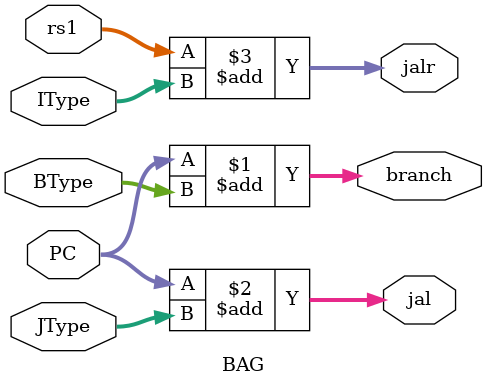
<source format=sv>
`timescale 1ns / 1ps


module BAG(
    input logic [31:0] rs1,    //connected to ott. top rs1
    input logic [31:0] PC,     //connected to ott. top PC
    input logic [31:0] IType,  //connected to ott. top Itype
    input logic [31:0] JType,  //connected to ott. top Jtype
    input logic [31:0] BType,  //connected to ott. top Btype

    output logic [31:0] branch, //connected to ott. top BRANCH
    output logic [31:0] jal,    //connected to ott. top JAL
    output logic [31:0] jalr    //connected to ott. top JALR
    );
    assign branch = PC + BType;         //branch address generation formating 
    assign jal = PC + JType;            //jal address generation formating 
    assign jalr = rs1 + IType;          //jalr address generation formating
endmodule

</source>
